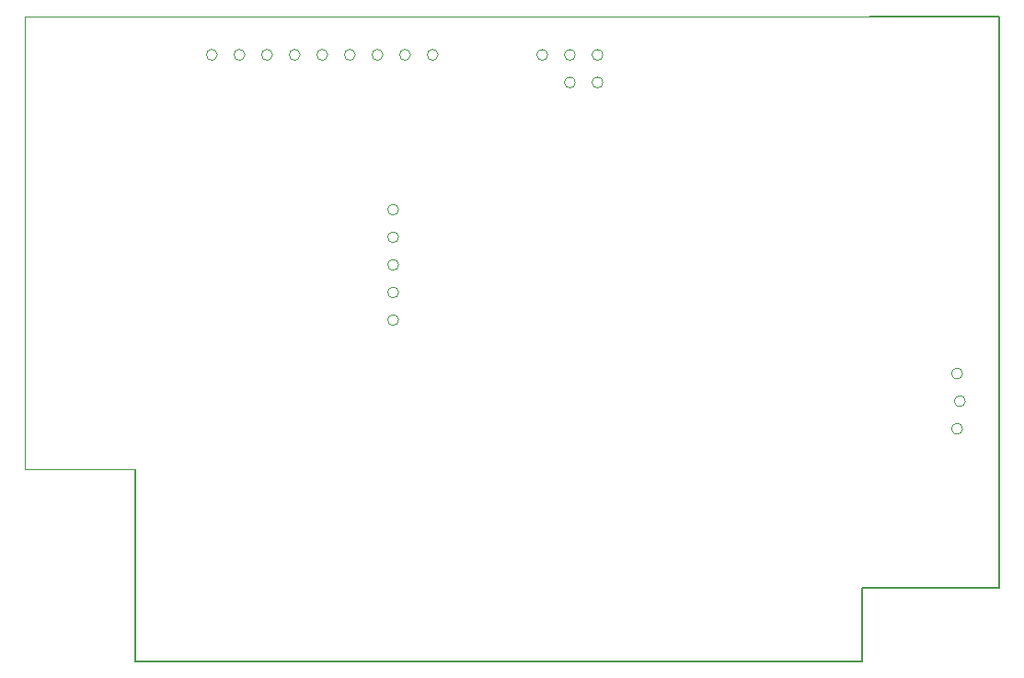
<source format=gbr>
%TF.GenerationSoftware,KiCad,Pcbnew,(6.0.7)*%
%TF.CreationDate,2023-02-01T00:47:53-08:00*%
%TF.ProjectId,SpresensePart2,53707265-7365-46e7-9365-50617274322e,rev?*%
%TF.SameCoordinates,Original*%
%TF.FileFunction,Profile,NP*%
%FSLAX46Y46*%
G04 Gerber Fmt 4.6, Leading zero omitted, Abs format (unit mm)*
G04 Created by KiCad (PCBNEW (6.0.7)) date 2023-02-01 00:47:53*
%MOMM*%
%LPD*%
G01*
G04 APERTURE LIST*
%TA.AperFunction,Profile*%
%ADD10C,0.050000*%
%TD*%
%TA.AperFunction,Profile*%
%ADD11C,0.001000*%
%TD*%
%TA.AperFunction,Profile*%
%ADD12C,0.152400*%
%TD*%
G04 APERTURE END LIST*
D10*
X103682800Y-134531100D02*
X113830100Y-134531100D01*
X103682800Y-92875100D02*
X103682800Y-134531100D01*
X181394100Y-92875100D02*
X103682800Y-92875100D01*
D11*
X134104000Y-96393000D02*
G75*
G03*
X134104000Y-96393000I-500000J0D01*
G01*
X131564000Y-96393000D02*
G75*
G03*
X131564000Y-96393000I-500000J0D01*
G01*
D12*
X113830100Y-152184100D02*
X113830100Y-134531100D01*
D11*
X138091800Y-115722400D02*
G75*
G03*
X138091800Y-115722400I-500000J0D01*
G01*
D12*
X180708300Y-152184100D02*
X113830100Y-152184100D01*
D11*
X156900500Y-98933000D02*
G75*
G03*
X156900500Y-98933000I-500000J0D01*
G01*
D12*
X181394100Y-92875100D02*
X193332100Y-92875100D01*
D11*
X189992000Y-130810000D02*
G75*
G03*
X189992000Y-130810000I-508000J0D01*
G01*
X151820500Y-96393000D02*
G75*
G03*
X151820500Y-96393000I-500000J0D01*
G01*
X138091800Y-120802400D02*
G75*
G03*
X138091800Y-120802400I-500000J0D01*
G01*
X189992000Y-125730000D02*
G75*
G03*
X189992000Y-125730000I-508000J0D01*
G01*
X136644000Y-96393000D02*
G75*
G03*
X136644000Y-96393000I-500000J0D01*
G01*
X138091800Y-110642400D02*
G75*
G03*
X138091800Y-110642400I-500000J0D01*
G01*
X126484000Y-96393000D02*
G75*
G03*
X126484000Y-96393000I-500000J0D01*
G01*
X139184000Y-96393000D02*
G75*
G03*
X139184000Y-96393000I-500000J0D01*
G01*
D12*
X180708300Y-145453100D02*
X180708300Y-152184100D01*
D11*
X138091800Y-113182400D02*
G75*
G03*
X138091800Y-113182400I-500000J0D01*
G01*
X154360500Y-96393000D02*
G75*
G03*
X154360500Y-96393000I-500000J0D01*
G01*
D12*
X193332100Y-145453100D02*
X180708300Y-145453100D01*
D11*
X123944000Y-96393000D02*
G75*
G03*
X123944000Y-96393000I-500000J0D01*
G01*
X129024000Y-96393000D02*
G75*
G03*
X129024000Y-96393000I-500000J0D01*
G01*
X154360500Y-98933000D02*
G75*
G03*
X154360500Y-98933000I-500000J0D01*
G01*
D12*
X193332100Y-92875100D02*
X193332100Y-145453100D01*
D11*
X138091800Y-118262400D02*
G75*
G03*
X138091800Y-118262400I-500000J0D01*
G01*
X141724000Y-96393000D02*
G75*
G03*
X141724000Y-96393000I-500000J0D01*
G01*
X121404000Y-96393000D02*
G75*
G03*
X121404000Y-96393000I-500000J0D01*
G01*
X190246000Y-128270000D02*
G75*
G03*
X190246000Y-128270000I-508000J0D01*
G01*
X156900500Y-96393000D02*
G75*
G03*
X156900500Y-96393000I-500000J0D01*
G01*
M02*

</source>
